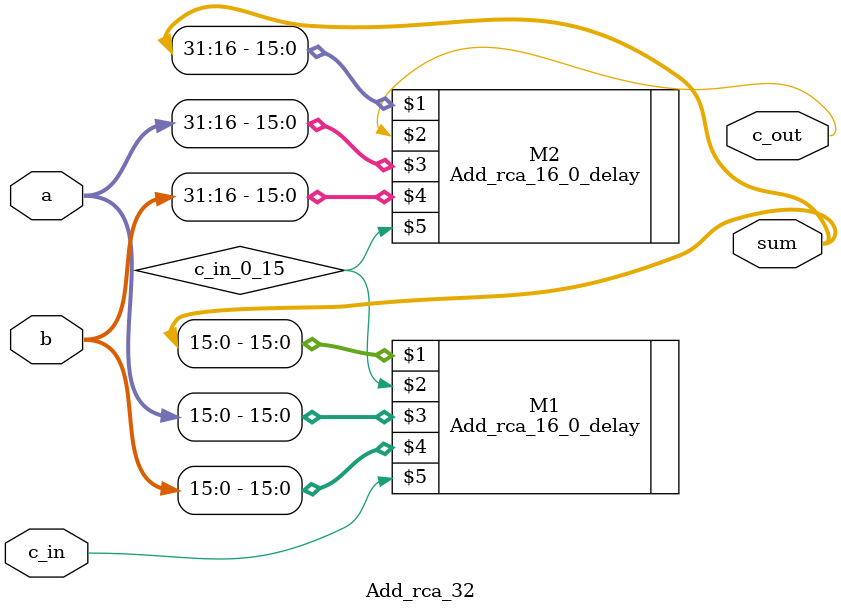
<source format=v>
module Add_rca_32(sum, c_out, a, b, c_in);
	output signed [31:0] sum;
	output c_out;
	input signed [31:0] a, b;
	input c_in;
	wire c_in_0_15, c_out;
	
	Add_rca_16_0_delay M1(sum[15:0], c_in_0_15, a[15:0], b[15:0], c_in);
	Add_rca_16_0_delay M2(sum[31:16], c_out, a[31:16], b[31:16], c_in_0_15);
endmodule
</source>
